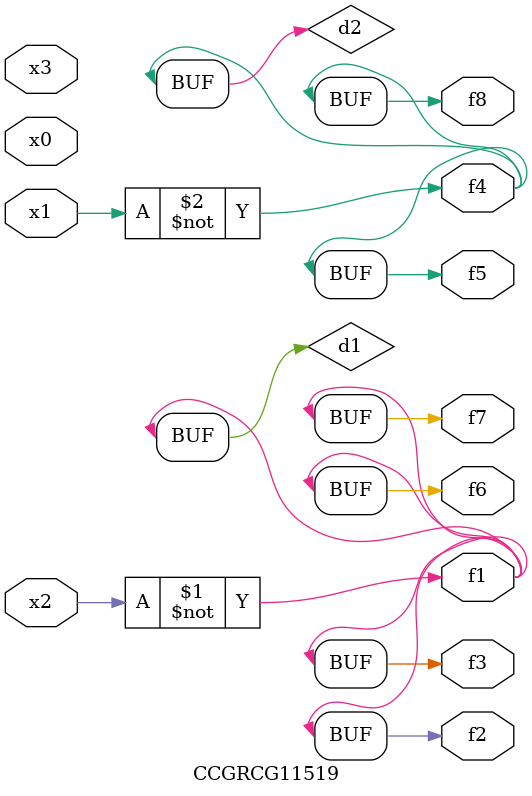
<source format=v>
module CCGRCG11519(
	input x0, x1, x2, x3,
	output f1, f2, f3, f4, f5, f6, f7, f8
);

	wire d1, d2;

	xnor (d1, x2);
	not (d2, x1);
	assign f1 = d1;
	assign f2 = d1;
	assign f3 = d1;
	assign f4 = d2;
	assign f5 = d2;
	assign f6 = d1;
	assign f7 = d1;
	assign f8 = d2;
endmodule

</source>
